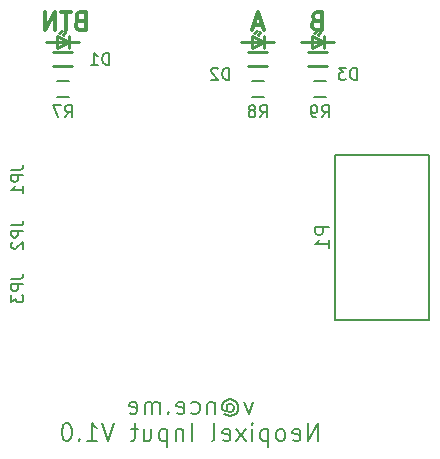
<source format=gbo>
G04 #@! TF.FileFunction,Legend,Bot*
%FSLAX46Y46*%
G04 Gerber Fmt 4.6, Leading zero omitted, Abs format (unit mm)*
G04 Created by KiCad (PCBNEW 4.0.1-stable) date Friday, 17 June 2016 'pmt' 14:58:46*
%MOMM*%
G01*
G04 APERTURE LIST*
%ADD10C,0.100000*%
%ADD11C,0.300000*%
%ADD12C,0.200000*%
%ADD13C,0.250000*%
%ADD14C,0.150000*%
G04 APERTURE END LIST*
D10*
D11*
X130067857Y-84982857D02*
X129853571Y-85054286D01*
X129782143Y-85125714D01*
X129710714Y-85268571D01*
X129710714Y-85482857D01*
X129782143Y-85625714D01*
X129853571Y-85697143D01*
X129996429Y-85768571D01*
X130567857Y-85768571D01*
X130567857Y-84268571D01*
X130067857Y-84268571D01*
X129925000Y-84340000D01*
X129853571Y-84411429D01*
X129782143Y-84554286D01*
X129782143Y-84697143D01*
X129853571Y-84840000D01*
X129925000Y-84911429D01*
X130067857Y-84982857D01*
X130567857Y-84982857D01*
X125452143Y-85340000D02*
X124737857Y-85340000D01*
X125595000Y-85768571D02*
X125095000Y-84268571D01*
X124595000Y-85768571D01*
X110035000Y-84982857D02*
X109820714Y-85054286D01*
X109749286Y-85125714D01*
X109677857Y-85268571D01*
X109677857Y-85482857D01*
X109749286Y-85625714D01*
X109820714Y-85697143D01*
X109963572Y-85768571D01*
X110535000Y-85768571D01*
X110535000Y-84268571D01*
X110035000Y-84268571D01*
X109892143Y-84340000D01*
X109820714Y-84411429D01*
X109749286Y-84554286D01*
X109749286Y-84697143D01*
X109820714Y-84840000D01*
X109892143Y-84911429D01*
X110035000Y-84982857D01*
X110535000Y-84982857D01*
X109249286Y-84268571D02*
X108392143Y-84268571D01*
X108820714Y-85768571D02*
X108820714Y-84268571D01*
X107892143Y-85768571D02*
X107892143Y-84268571D01*
X107035000Y-85768571D01*
X107035000Y-84268571D01*
D12*
X124665713Y-117273571D02*
X124308570Y-118273571D01*
X123951428Y-117273571D01*
X122451428Y-117559286D02*
X122522856Y-117487857D01*
X122665713Y-117416429D01*
X122808571Y-117416429D01*
X122951428Y-117487857D01*
X123022856Y-117559286D01*
X123094285Y-117702143D01*
X123094285Y-117845000D01*
X123022856Y-117987857D01*
X122951428Y-118059286D01*
X122808571Y-118130714D01*
X122665713Y-118130714D01*
X122522856Y-118059286D01*
X122451428Y-117987857D01*
X122451428Y-117416429D02*
X122451428Y-117987857D01*
X122379999Y-118059286D01*
X122308571Y-118059286D01*
X122165713Y-117987857D01*
X122094285Y-117845000D01*
X122094285Y-117487857D01*
X122237142Y-117273571D01*
X122451428Y-117130714D01*
X122737142Y-117059286D01*
X123022856Y-117130714D01*
X123237142Y-117273571D01*
X123379999Y-117487857D01*
X123451428Y-117773571D01*
X123379999Y-118059286D01*
X123237142Y-118273571D01*
X123022856Y-118416429D01*
X122737142Y-118487857D01*
X122451428Y-118416429D01*
X122237142Y-118273571D01*
X121451428Y-117273571D02*
X121451428Y-118273571D01*
X121451428Y-117416429D02*
X121380000Y-117345000D01*
X121237142Y-117273571D01*
X121022857Y-117273571D01*
X120880000Y-117345000D01*
X120808571Y-117487857D01*
X120808571Y-118273571D01*
X119451428Y-118202143D02*
X119594285Y-118273571D01*
X119879999Y-118273571D01*
X120022857Y-118202143D01*
X120094285Y-118130714D01*
X120165714Y-117987857D01*
X120165714Y-117559286D01*
X120094285Y-117416429D01*
X120022857Y-117345000D01*
X119879999Y-117273571D01*
X119594285Y-117273571D01*
X119451428Y-117345000D01*
X118237143Y-118202143D02*
X118380000Y-118273571D01*
X118665714Y-118273571D01*
X118808571Y-118202143D01*
X118880000Y-118059286D01*
X118880000Y-117487857D01*
X118808571Y-117345000D01*
X118665714Y-117273571D01*
X118380000Y-117273571D01*
X118237143Y-117345000D01*
X118165714Y-117487857D01*
X118165714Y-117630714D01*
X118880000Y-117773571D01*
X117522857Y-118130714D02*
X117451429Y-118202143D01*
X117522857Y-118273571D01*
X117594286Y-118202143D01*
X117522857Y-118130714D01*
X117522857Y-118273571D01*
X116808571Y-118273571D02*
X116808571Y-117273571D01*
X116808571Y-117416429D02*
X116737143Y-117345000D01*
X116594285Y-117273571D01*
X116380000Y-117273571D01*
X116237143Y-117345000D01*
X116165714Y-117487857D01*
X116165714Y-118273571D01*
X116165714Y-117487857D02*
X116094285Y-117345000D01*
X115951428Y-117273571D01*
X115737143Y-117273571D01*
X115594285Y-117345000D01*
X115522857Y-117487857D01*
X115522857Y-118273571D01*
X114237143Y-118202143D02*
X114380000Y-118273571D01*
X114665714Y-118273571D01*
X114808571Y-118202143D01*
X114880000Y-118059286D01*
X114880000Y-117487857D01*
X114808571Y-117345000D01*
X114665714Y-117273571D01*
X114380000Y-117273571D01*
X114237143Y-117345000D01*
X114165714Y-117487857D01*
X114165714Y-117630714D01*
X114880000Y-117773571D01*
X130201428Y-120573571D02*
X130201428Y-119073571D01*
X129344285Y-120573571D01*
X129344285Y-119073571D01*
X128058571Y-120502143D02*
X128201428Y-120573571D01*
X128487142Y-120573571D01*
X128629999Y-120502143D01*
X128701428Y-120359286D01*
X128701428Y-119787857D01*
X128629999Y-119645000D01*
X128487142Y-119573571D01*
X128201428Y-119573571D01*
X128058571Y-119645000D01*
X127987142Y-119787857D01*
X127987142Y-119930714D01*
X128701428Y-120073571D01*
X127129999Y-120573571D02*
X127272857Y-120502143D01*
X127344285Y-120430714D01*
X127415714Y-120287857D01*
X127415714Y-119859286D01*
X127344285Y-119716429D01*
X127272857Y-119645000D01*
X127129999Y-119573571D01*
X126915714Y-119573571D01*
X126772857Y-119645000D01*
X126701428Y-119716429D01*
X126629999Y-119859286D01*
X126629999Y-120287857D01*
X126701428Y-120430714D01*
X126772857Y-120502143D01*
X126915714Y-120573571D01*
X127129999Y-120573571D01*
X125987142Y-119573571D02*
X125987142Y-121073571D01*
X125987142Y-119645000D02*
X125844285Y-119573571D01*
X125558571Y-119573571D01*
X125415714Y-119645000D01*
X125344285Y-119716429D01*
X125272856Y-119859286D01*
X125272856Y-120287857D01*
X125344285Y-120430714D01*
X125415714Y-120502143D01*
X125558571Y-120573571D01*
X125844285Y-120573571D01*
X125987142Y-120502143D01*
X124629999Y-120573571D02*
X124629999Y-119573571D01*
X124629999Y-119073571D02*
X124701428Y-119145000D01*
X124629999Y-119216429D01*
X124558571Y-119145000D01*
X124629999Y-119073571D01*
X124629999Y-119216429D01*
X124058570Y-120573571D02*
X123272856Y-119573571D01*
X124058570Y-119573571D02*
X123272856Y-120573571D01*
X122129999Y-120502143D02*
X122272856Y-120573571D01*
X122558570Y-120573571D01*
X122701427Y-120502143D01*
X122772856Y-120359286D01*
X122772856Y-119787857D01*
X122701427Y-119645000D01*
X122558570Y-119573571D01*
X122272856Y-119573571D01*
X122129999Y-119645000D01*
X122058570Y-119787857D01*
X122058570Y-119930714D01*
X122772856Y-120073571D01*
X121201427Y-120573571D02*
X121344285Y-120502143D01*
X121415713Y-120359286D01*
X121415713Y-119073571D01*
X119487142Y-120573571D02*
X119487142Y-119073571D01*
X118772856Y-119573571D02*
X118772856Y-120573571D01*
X118772856Y-119716429D02*
X118701428Y-119645000D01*
X118558570Y-119573571D01*
X118344285Y-119573571D01*
X118201428Y-119645000D01*
X118129999Y-119787857D01*
X118129999Y-120573571D01*
X117415713Y-119573571D02*
X117415713Y-121073571D01*
X117415713Y-119645000D02*
X117272856Y-119573571D01*
X116987142Y-119573571D01*
X116844285Y-119645000D01*
X116772856Y-119716429D01*
X116701427Y-119859286D01*
X116701427Y-120287857D01*
X116772856Y-120430714D01*
X116844285Y-120502143D01*
X116987142Y-120573571D01*
X117272856Y-120573571D01*
X117415713Y-120502143D01*
X115415713Y-119573571D02*
X115415713Y-120573571D01*
X116058570Y-119573571D02*
X116058570Y-120359286D01*
X115987142Y-120502143D01*
X115844284Y-120573571D01*
X115629999Y-120573571D01*
X115487142Y-120502143D01*
X115415713Y-120430714D01*
X114915713Y-119573571D02*
X114344284Y-119573571D01*
X114701427Y-119073571D02*
X114701427Y-120359286D01*
X114629999Y-120502143D01*
X114487141Y-120573571D01*
X114344284Y-120573571D01*
X112915713Y-119073571D02*
X112415713Y-120573571D01*
X111915713Y-119073571D01*
X110629999Y-120573571D02*
X111487142Y-120573571D01*
X111058570Y-120573571D02*
X111058570Y-119073571D01*
X111201427Y-119287857D01*
X111344285Y-119430714D01*
X111487142Y-119502143D01*
X109987142Y-120430714D02*
X109915714Y-120502143D01*
X109987142Y-120573571D01*
X110058571Y-120502143D01*
X109987142Y-120430714D01*
X109987142Y-120573571D01*
X108987142Y-119073571D02*
X108844285Y-119073571D01*
X108701428Y-119145000D01*
X108629999Y-119216429D01*
X108558570Y-119359286D01*
X108487142Y-119645000D01*
X108487142Y-120002143D01*
X108558570Y-120287857D01*
X108629999Y-120430714D01*
X108701428Y-120502143D01*
X108844285Y-120573571D01*
X108987142Y-120573571D01*
X109129999Y-120502143D01*
X109201428Y-120430714D01*
X109272856Y-120287857D01*
X109344285Y-120002143D01*
X109344285Y-119645000D01*
X109272856Y-119359286D01*
X109201428Y-119216429D01*
X109129999Y-119145000D01*
X108987142Y-119073571D01*
D13*
X124795000Y-86065000D02*
X124995000Y-85865000D01*
X125095000Y-86165000D02*
X125295000Y-85965000D01*
X126495000Y-86765000D02*
X123695000Y-86765000D01*
X125595000Y-86765000D02*
X126495000Y-86765000D01*
X125595000Y-86265000D02*
X125595000Y-87265000D01*
X125595000Y-86765000D02*
X124595000Y-86265000D01*
X124595000Y-87265000D02*
X125595000Y-86765000D01*
X124595000Y-86265000D02*
X124595000Y-87265000D01*
X125895000Y-88865000D02*
X124295000Y-88865000D01*
X125895000Y-87665000D02*
X124295000Y-87665000D01*
D14*
X139600000Y-96330000D02*
X131600000Y-96330000D01*
X139600000Y-110330000D02*
X139600000Y-96330000D01*
X131600000Y-110330000D02*
X139600000Y-110330000D01*
X131600000Y-96330000D02*
X131600000Y-110330000D01*
D13*
X108285000Y-86065000D02*
X108485000Y-85865000D01*
X108585000Y-86165000D02*
X108785000Y-85965000D01*
X109985000Y-86765000D02*
X107185000Y-86765000D01*
X109085000Y-86765000D02*
X109985000Y-86765000D01*
X109085000Y-86265000D02*
X109085000Y-87265000D01*
X109085000Y-86765000D02*
X108085000Y-86265000D01*
X108085000Y-87265000D02*
X109085000Y-86765000D01*
X108085000Y-86265000D02*
X108085000Y-87265000D01*
X109385000Y-88865000D02*
X107785000Y-88865000D01*
X109385000Y-87665000D02*
X107785000Y-87665000D01*
X129875000Y-86065000D02*
X130075000Y-85865000D01*
X130175000Y-86165000D02*
X130375000Y-85965000D01*
X131575000Y-86765000D02*
X128775000Y-86765000D01*
X130675000Y-86765000D02*
X131575000Y-86765000D01*
X130675000Y-86265000D02*
X130675000Y-87265000D01*
X130675000Y-86765000D02*
X129675000Y-86265000D01*
X129675000Y-87265000D02*
X130675000Y-86765000D01*
X129675000Y-86265000D02*
X129675000Y-87265000D01*
X130975000Y-88865000D02*
X129375000Y-88865000D01*
X130975000Y-87665000D02*
X129375000Y-87665000D01*
D14*
X109085000Y-90130000D02*
X108085000Y-90130000D01*
X108085000Y-91480000D02*
X109085000Y-91480000D01*
X125595000Y-90130000D02*
X124595000Y-90130000D01*
X124595000Y-91480000D02*
X125595000Y-91480000D01*
X130845000Y-90130000D02*
X129845000Y-90130000D01*
X129845000Y-91480000D02*
X130845000Y-91480000D01*
X122658095Y-89987381D02*
X122658095Y-88987381D01*
X122420000Y-88987381D01*
X122277142Y-89035000D01*
X122181904Y-89130238D01*
X122134285Y-89225476D01*
X122086666Y-89415952D01*
X122086666Y-89558810D01*
X122134285Y-89749286D01*
X122181904Y-89844524D01*
X122277142Y-89939762D01*
X122420000Y-89987381D01*
X122658095Y-89987381D01*
X121705714Y-89082619D02*
X121658095Y-89035000D01*
X121562857Y-88987381D01*
X121324761Y-88987381D01*
X121229523Y-89035000D01*
X121181904Y-89082619D01*
X121134285Y-89177857D01*
X121134285Y-89273095D01*
X121181904Y-89415952D01*
X121753333Y-89987381D01*
X121134285Y-89987381D01*
X104227381Y-97591667D02*
X104941667Y-97591667D01*
X105084524Y-97544047D01*
X105179762Y-97448809D01*
X105227381Y-97305952D01*
X105227381Y-97210714D01*
X105227381Y-98067857D02*
X104227381Y-98067857D01*
X104227381Y-98448810D01*
X104275000Y-98544048D01*
X104322619Y-98591667D01*
X104417857Y-98639286D01*
X104560714Y-98639286D01*
X104655952Y-98591667D01*
X104703571Y-98544048D01*
X104751190Y-98448810D01*
X104751190Y-98067857D01*
X105227381Y-99591667D02*
X105227381Y-99020238D01*
X105227381Y-99305952D02*
X104227381Y-99305952D01*
X104370238Y-99210714D01*
X104465476Y-99115476D01*
X104513095Y-99020238D01*
X104227381Y-102306667D02*
X104941667Y-102306667D01*
X105084524Y-102259047D01*
X105179762Y-102163809D01*
X105227381Y-102020952D01*
X105227381Y-101925714D01*
X105227381Y-102782857D02*
X104227381Y-102782857D01*
X104227381Y-103163810D01*
X104275000Y-103259048D01*
X104322619Y-103306667D01*
X104417857Y-103354286D01*
X104560714Y-103354286D01*
X104655952Y-103306667D01*
X104703571Y-103259048D01*
X104751190Y-103163810D01*
X104751190Y-102782857D01*
X104322619Y-103735238D02*
X104275000Y-103782857D01*
X104227381Y-103878095D01*
X104227381Y-104116191D01*
X104275000Y-104211429D01*
X104322619Y-104259048D01*
X104417857Y-104306667D01*
X104513095Y-104306667D01*
X104655952Y-104259048D01*
X105227381Y-103687619D01*
X105227381Y-104306667D01*
X104227381Y-106846667D02*
X104941667Y-106846667D01*
X105084524Y-106799047D01*
X105179762Y-106703809D01*
X105227381Y-106560952D01*
X105227381Y-106465714D01*
X105227381Y-107322857D02*
X104227381Y-107322857D01*
X104227381Y-107703810D01*
X104275000Y-107799048D01*
X104322619Y-107846667D01*
X104417857Y-107894286D01*
X104560714Y-107894286D01*
X104655952Y-107846667D01*
X104703571Y-107799048D01*
X104751190Y-107703810D01*
X104751190Y-107322857D01*
X104227381Y-108227619D02*
X104227381Y-108846667D01*
X104608333Y-108513333D01*
X104608333Y-108656191D01*
X104655952Y-108751429D01*
X104703571Y-108799048D01*
X104798810Y-108846667D01*
X105036905Y-108846667D01*
X105132143Y-108799048D01*
X105179762Y-108751429D01*
X105227381Y-108656191D01*
X105227381Y-108370476D01*
X105179762Y-108275238D01*
X105132143Y-108227619D01*
X131142857Y-102444286D02*
X129942857Y-102444286D01*
X129942857Y-102901429D01*
X130000000Y-103015715D01*
X130057143Y-103072858D01*
X130171429Y-103130001D01*
X130342857Y-103130001D01*
X130457143Y-103072858D01*
X130514286Y-103015715D01*
X130571429Y-102901429D01*
X130571429Y-102444286D01*
X131142857Y-104272858D02*
X131142857Y-103587143D01*
X131142857Y-103930001D02*
X129942857Y-103930001D01*
X130114286Y-103815715D01*
X130228571Y-103701429D01*
X130285714Y-103587143D01*
X112498095Y-88717381D02*
X112498095Y-87717381D01*
X112260000Y-87717381D01*
X112117142Y-87765000D01*
X112021904Y-87860238D01*
X111974285Y-87955476D01*
X111926666Y-88145952D01*
X111926666Y-88288810D01*
X111974285Y-88479286D01*
X112021904Y-88574524D01*
X112117142Y-88669762D01*
X112260000Y-88717381D01*
X112498095Y-88717381D01*
X110974285Y-88717381D02*
X111545714Y-88717381D01*
X111260000Y-88717381D02*
X111260000Y-87717381D01*
X111355238Y-87860238D01*
X111450476Y-87955476D01*
X111545714Y-88003095D01*
X133453095Y-89987381D02*
X133453095Y-88987381D01*
X133215000Y-88987381D01*
X133072142Y-89035000D01*
X132976904Y-89130238D01*
X132929285Y-89225476D01*
X132881666Y-89415952D01*
X132881666Y-89558810D01*
X132929285Y-89749286D01*
X132976904Y-89844524D01*
X133072142Y-89939762D01*
X133215000Y-89987381D01*
X133453095Y-89987381D01*
X132548333Y-88987381D02*
X131929285Y-88987381D01*
X132262619Y-89368333D01*
X132119761Y-89368333D01*
X132024523Y-89415952D01*
X131976904Y-89463571D01*
X131929285Y-89558810D01*
X131929285Y-89796905D01*
X131976904Y-89892143D01*
X132024523Y-89939762D01*
X132119761Y-89987381D01*
X132405476Y-89987381D01*
X132500714Y-89939762D01*
X132548333Y-89892143D01*
X108751666Y-93162381D02*
X109085000Y-92686190D01*
X109323095Y-93162381D02*
X109323095Y-92162381D01*
X108942142Y-92162381D01*
X108846904Y-92210000D01*
X108799285Y-92257619D01*
X108751666Y-92352857D01*
X108751666Y-92495714D01*
X108799285Y-92590952D01*
X108846904Y-92638571D01*
X108942142Y-92686190D01*
X109323095Y-92686190D01*
X108418333Y-92162381D02*
X107751666Y-92162381D01*
X108180238Y-93162381D01*
X125261666Y-93157381D02*
X125595000Y-92681190D01*
X125833095Y-93157381D02*
X125833095Y-92157381D01*
X125452142Y-92157381D01*
X125356904Y-92205000D01*
X125309285Y-92252619D01*
X125261666Y-92347857D01*
X125261666Y-92490714D01*
X125309285Y-92585952D01*
X125356904Y-92633571D01*
X125452142Y-92681190D01*
X125833095Y-92681190D01*
X124690238Y-92585952D02*
X124785476Y-92538333D01*
X124833095Y-92490714D01*
X124880714Y-92395476D01*
X124880714Y-92347857D01*
X124833095Y-92252619D01*
X124785476Y-92205000D01*
X124690238Y-92157381D01*
X124499761Y-92157381D01*
X124404523Y-92205000D01*
X124356904Y-92252619D01*
X124309285Y-92347857D01*
X124309285Y-92395476D01*
X124356904Y-92490714D01*
X124404523Y-92538333D01*
X124499761Y-92585952D01*
X124690238Y-92585952D01*
X124785476Y-92633571D01*
X124833095Y-92681190D01*
X124880714Y-92776429D01*
X124880714Y-92966905D01*
X124833095Y-93062143D01*
X124785476Y-93109762D01*
X124690238Y-93157381D01*
X124499761Y-93157381D01*
X124404523Y-93109762D01*
X124356904Y-93062143D01*
X124309285Y-92966905D01*
X124309285Y-92776429D01*
X124356904Y-92681190D01*
X124404523Y-92633571D01*
X124499761Y-92585952D01*
X130511666Y-93157381D02*
X130845000Y-92681190D01*
X131083095Y-93157381D02*
X131083095Y-92157381D01*
X130702142Y-92157381D01*
X130606904Y-92205000D01*
X130559285Y-92252619D01*
X130511666Y-92347857D01*
X130511666Y-92490714D01*
X130559285Y-92585952D01*
X130606904Y-92633571D01*
X130702142Y-92681190D01*
X131083095Y-92681190D01*
X130035476Y-93157381D02*
X129845000Y-93157381D01*
X129749761Y-93109762D01*
X129702142Y-93062143D01*
X129606904Y-92919286D01*
X129559285Y-92728810D01*
X129559285Y-92347857D01*
X129606904Y-92252619D01*
X129654523Y-92205000D01*
X129749761Y-92157381D01*
X129940238Y-92157381D01*
X130035476Y-92205000D01*
X130083095Y-92252619D01*
X130130714Y-92347857D01*
X130130714Y-92585952D01*
X130083095Y-92681190D01*
X130035476Y-92728810D01*
X129940238Y-92776429D01*
X129749761Y-92776429D01*
X129654523Y-92728810D01*
X129606904Y-92681190D01*
X129559285Y-92585952D01*
M02*

</source>
